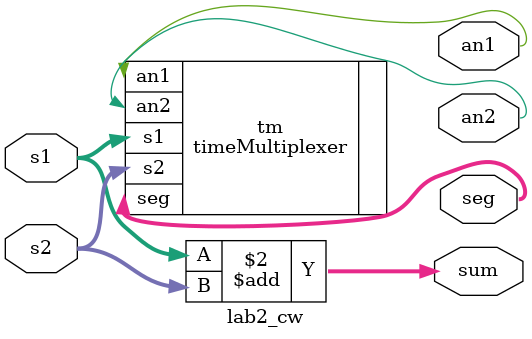
<source format=sv>


module lab2_cw (
    input logic [3:0] s1, s2, // dip switches
    output logic [6:0] seg, // seven-segment display
    output logic an1, an2, // anodes for the two displays
    output logic [4:0] sum); // 5 LEDs to display sum

    timeMultiplexer tm (.s1(s1[3:0]), .s2(s2[3:0]), .seg(seg), .an1(an1), .an2(an2));

    always_comb begin
        sum = s1 + s2; // calculate sum of s1 and s2
    end
endmodule
</source>
